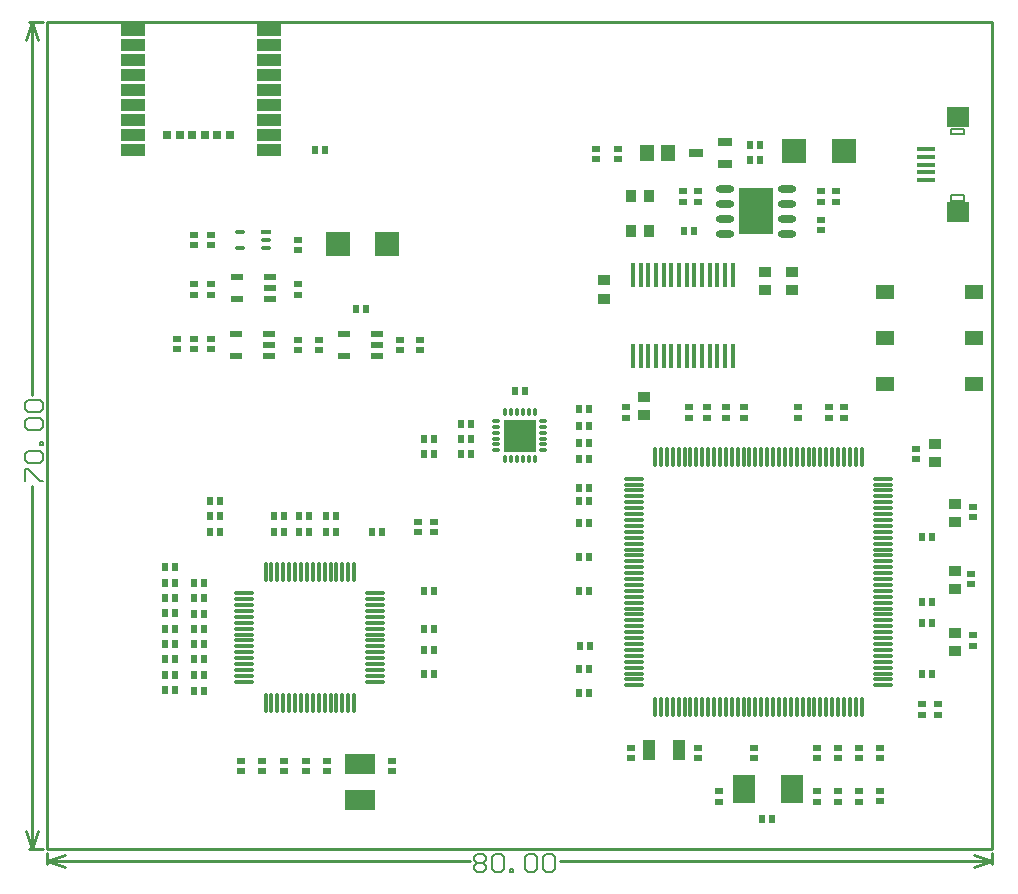
<source format=gtp>
G04*
G04 #@! TF.GenerationSoftware,Altium Limited,Altium Designer,18.1.9 (240)*
G04*
G04 Layer_Color=8421504*
%FSLAX24Y24*%
%MOIN*%
G70*
G01*
G75*
%ADD14C,0.0100*%
%ADD16C,0.0060*%
%ADD19C,0.0050*%
%ADD22R,0.0236X0.0256*%
%ADD23O,0.0110X0.0709*%
%ADD24O,0.0709X0.0110*%
%ADD25R,0.0256X0.0236*%
%ADD26R,0.0433X0.0236*%
%ADD27O,0.0335X0.0138*%
%ADD28R,0.0335X0.0138*%
%ADD29R,0.0787X0.0394*%
%ADD30R,0.0315X0.0315*%
%ADD31R,0.0366X0.0386*%
%ADD32R,0.0492X0.0276*%
%ADD33R,0.0787X0.0787*%
%ADD34R,0.0386X0.0366*%
%ADD35R,0.0591X0.0472*%
%ADD36R,0.0748X0.0945*%
%ADD37O,0.0157X0.0827*%
%ADD38R,0.1024X0.0709*%
%ADD39R,0.0457X0.0579*%
%ADD40R,0.0610X0.0157*%
%ADD41R,0.0748X0.0709*%
%ADD42R,0.1055X0.1055*%
%ADD43O,0.0276X0.0110*%
%ADD44O,0.0110X0.0276*%
%ADD45R,0.1142X0.1575*%
%ADD46O,0.0630X0.0236*%
%ADD47R,0.0394X0.0709*%
D14*
X31496Y0D02*
Y27559D01*
X0D02*
X31496D01*
X0Y0D02*
X31496D01*
X0D02*
Y27559D01*
X-700Y600D02*
X-500Y0D01*
X-300Y600D01*
X-500Y27559D02*
X-300Y26959D01*
X-700D02*
X-500Y27559D01*
Y0D02*
Y12110D01*
Y15129D02*
Y27559D01*
X-600Y0D02*
X-150D01*
X-600Y27559D02*
X-150D01*
X0Y-400D02*
X600Y-200D01*
X0Y-400D02*
X600Y-600D01*
X30896D02*
X31496Y-400D01*
X30896Y-200D02*
X31496Y-400D01*
X0D02*
X14078D01*
X17098D02*
X31496D01*
X0Y-500D02*
Y-150D01*
X31496Y-500D02*
Y-150D01*
D16*
X-740Y12270D02*
Y12670D01*
X-640D01*
X-240Y12270D01*
X-140D01*
X-640Y12870D02*
X-740Y12970D01*
Y13170D01*
X-640Y13270D01*
X-240D01*
X-140Y13170D01*
Y12970D01*
X-240Y12870D01*
X-640D01*
X-140Y13470D02*
X-240D01*
Y13570D01*
X-140D01*
Y13470D01*
X-640Y13969D02*
X-740Y14069D01*
Y14269D01*
X-640Y14369D01*
X-240D01*
X-140Y14269D01*
Y14069D01*
X-240Y13969D01*
X-640D01*
Y14569D02*
X-740Y14669D01*
Y14869D01*
X-640Y14969D01*
X-240D01*
X-140Y14869D01*
Y14669D01*
X-240Y14569D01*
X-640D01*
X14238Y-260D02*
X14338Y-160D01*
X14538D01*
X14638Y-260D01*
Y-360D01*
X14538Y-460D01*
X14638Y-560D01*
Y-660D01*
X14538Y-760D01*
X14338D01*
X14238Y-660D01*
Y-560D01*
X14338Y-460D01*
X14238Y-360D01*
Y-260D01*
X14338Y-460D02*
X14538D01*
X14838Y-260D02*
X14938Y-160D01*
X15138D01*
X15238Y-260D01*
Y-660D01*
X15138Y-760D01*
X14938D01*
X14838Y-660D01*
Y-260D01*
X15438Y-760D02*
Y-660D01*
X15538D01*
Y-760D01*
X15438D01*
X15938Y-260D02*
X16038Y-160D01*
X16238D01*
X16338Y-260D01*
Y-660D01*
X16238Y-760D01*
X16038D01*
X15938Y-660D01*
Y-260D01*
X16538D02*
X16638Y-160D01*
X16838D01*
X16938Y-260D01*
Y-660D01*
X16838Y-760D01*
X16638D01*
X16538Y-660D01*
Y-260D01*
D19*
X30564Y23834D02*
Y24014D01*
X30124Y23834D02*
Y24014D01*
Y23834D02*
X30564D01*
X30124Y24014D02*
X30564D01*
Y21610D02*
Y21790D01*
X30124Y21610D02*
Y21790D01*
Y21610D02*
X30564D01*
X30124Y21790D02*
X30564D01*
D22*
X4884Y8880D02*
D03*
X5219D02*
D03*
X4884Y8367D02*
D03*
X5219D02*
D03*
X4884Y7841D02*
D03*
X5219D02*
D03*
X4884Y7330D02*
D03*
X5219D02*
D03*
X4884Y6830D02*
D03*
X5219D02*
D03*
X4884Y6317D02*
D03*
X5219D02*
D03*
X4884Y5805D02*
D03*
X5219D02*
D03*
X4884Y5280D02*
D03*
X5219D02*
D03*
X3917Y9400D02*
D03*
X4252D02*
D03*
X3917Y8880D02*
D03*
X4252D02*
D03*
X3917Y8367D02*
D03*
X4252D02*
D03*
X3917Y7855D02*
D03*
X4252D02*
D03*
X3917Y7342D02*
D03*
X4252D02*
D03*
X3917Y6830D02*
D03*
X4252D02*
D03*
X3917Y6317D02*
D03*
X4252D02*
D03*
X3917Y5805D02*
D03*
X4252D02*
D03*
X3917Y5292D02*
D03*
X4252D02*
D03*
X15915Y15250D02*
D03*
X15581D02*
D03*
X12550Y13650D02*
D03*
X12884D02*
D03*
X12550Y13150D02*
D03*
X12884D02*
D03*
X14117Y14150D02*
D03*
X13783D02*
D03*
X14117Y13650D02*
D03*
X13783D02*
D03*
X14117Y13150D02*
D03*
X13783D02*
D03*
X10283Y18000D02*
D03*
X10617D02*
D03*
X23767Y22950D02*
D03*
X23433D02*
D03*
X23767Y23450D02*
D03*
X23433D02*
D03*
X29500Y10388D02*
D03*
X29165D02*
D03*
X29500Y7520D02*
D03*
X29165D02*
D03*
X29500Y8238D02*
D03*
X29165D02*
D03*
X18067Y5200D02*
D03*
X17733D02*
D03*
X17733Y6000D02*
D03*
X18067D02*
D03*
X17743Y6755D02*
D03*
X18078D02*
D03*
X17733Y8590D02*
D03*
X18067D02*
D03*
X17733Y9720D02*
D03*
X18067D02*
D03*
X18067Y10850D02*
D03*
X17733D02*
D03*
X18067Y11600D02*
D03*
X17733D02*
D03*
X18067Y12030D02*
D03*
X17733D02*
D03*
X17733Y12992D02*
D03*
X18067D02*
D03*
X17733Y13545D02*
D03*
X18067D02*
D03*
X18067Y14097D02*
D03*
X17733D02*
D03*
X18067Y14650D02*
D03*
X17733D02*
D03*
X5415Y10582D02*
D03*
X5750D02*
D03*
X5415Y11091D02*
D03*
X5750D02*
D03*
X5415Y11600D02*
D03*
X5750D02*
D03*
X7546Y10582D02*
D03*
X7881D02*
D03*
X7546Y11091D02*
D03*
X7881D02*
D03*
X8402Y11091D02*
D03*
X8736D02*
D03*
X8402Y10582D02*
D03*
X8736D02*
D03*
X9619Y11091D02*
D03*
X9284D02*
D03*
X9619Y10582D02*
D03*
X9284D02*
D03*
X12550Y8600D02*
D03*
X12884D02*
D03*
X12884Y7330D02*
D03*
X12550D02*
D03*
X12884Y5830D02*
D03*
X12550D02*
D03*
X12884Y6630D02*
D03*
X12550D02*
D03*
X29500Y5838D02*
D03*
X29165D02*
D03*
X11150Y10582D02*
D03*
X10815D02*
D03*
X9250Y23300D02*
D03*
X8915D02*
D03*
X21215Y20600D02*
D03*
X21550D02*
D03*
X23815Y1000D02*
D03*
X24150D02*
D03*
D23*
X7274Y9235D02*
D03*
X7470D02*
D03*
X7667D02*
D03*
X7864D02*
D03*
X8061D02*
D03*
X8258D02*
D03*
X8455D02*
D03*
X8652D02*
D03*
X8848D02*
D03*
X9045D02*
D03*
X9242D02*
D03*
X9439D02*
D03*
X9636D02*
D03*
X9833D02*
D03*
X10030D02*
D03*
X10226D02*
D03*
Y4865D02*
D03*
X10030D02*
D03*
X9833D02*
D03*
X9636D02*
D03*
X9439D02*
D03*
X9242D02*
D03*
X9045D02*
D03*
X8848D02*
D03*
X8652D02*
D03*
X8455D02*
D03*
X8258D02*
D03*
X8061D02*
D03*
X7864D02*
D03*
X7667D02*
D03*
X7470D02*
D03*
X7274D02*
D03*
X20255Y13054D02*
D03*
X20452D02*
D03*
X20649D02*
D03*
X20846D02*
D03*
X21043D02*
D03*
X21239D02*
D03*
X21436D02*
D03*
X21633D02*
D03*
X21830D02*
D03*
X22027D02*
D03*
X22224D02*
D03*
X22420D02*
D03*
X22617D02*
D03*
X22814D02*
D03*
X23011D02*
D03*
X23208D02*
D03*
X23405D02*
D03*
X23602D02*
D03*
X23798D02*
D03*
X23995D02*
D03*
X24192D02*
D03*
X24389D02*
D03*
X24586D02*
D03*
X24783D02*
D03*
X24980D02*
D03*
X25176D02*
D03*
X25373D02*
D03*
X25570D02*
D03*
X25767D02*
D03*
X25964D02*
D03*
X26161D02*
D03*
X26357D02*
D03*
X26554D02*
D03*
X26751D02*
D03*
X26948D02*
D03*
X27145D02*
D03*
Y4746D02*
D03*
X26948D02*
D03*
X26751D02*
D03*
X26554D02*
D03*
X26357D02*
D03*
X26161D02*
D03*
X25964D02*
D03*
X25767D02*
D03*
X25570D02*
D03*
X25373D02*
D03*
X25176D02*
D03*
X24980D02*
D03*
X24783D02*
D03*
X24586D02*
D03*
X24389D02*
D03*
X24192D02*
D03*
X23995D02*
D03*
X23798D02*
D03*
X23602D02*
D03*
X23405D02*
D03*
X23208D02*
D03*
X23011D02*
D03*
X22814D02*
D03*
X22617D02*
D03*
X22420D02*
D03*
X22224D02*
D03*
X22027D02*
D03*
X21830D02*
D03*
X21633D02*
D03*
X21436D02*
D03*
X21239D02*
D03*
X21043D02*
D03*
X20846D02*
D03*
X20649D02*
D03*
X20452D02*
D03*
X20255D02*
D03*
D24*
X10935Y8526D02*
D03*
Y8330D02*
D03*
Y8133D02*
D03*
Y7936D02*
D03*
Y7739D02*
D03*
Y7542D02*
D03*
Y7345D02*
D03*
Y7148D02*
D03*
Y6952D02*
D03*
Y6755D02*
D03*
Y6558D02*
D03*
Y6361D02*
D03*
Y6164D02*
D03*
Y5967D02*
D03*
Y5770D02*
D03*
Y5574D02*
D03*
X6565D02*
D03*
Y5770D02*
D03*
Y5967D02*
D03*
Y6164D02*
D03*
Y6361D02*
D03*
Y6558D02*
D03*
Y6755D02*
D03*
Y6952D02*
D03*
Y7148D02*
D03*
Y7345D02*
D03*
Y7542D02*
D03*
Y7739D02*
D03*
Y7936D02*
D03*
Y8133D02*
D03*
Y8330D02*
D03*
Y8526D02*
D03*
X19546Y5455D02*
D03*
Y5652D02*
D03*
Y5849D02*
D03*
Y6046D02*
D03*
Y6243D02*
D03*
Y6439D02*
D03*
Y6636D02*
D03*
Y6833D02*
D03*
Y7030D02*
D03*
Y7227D02*
D03*
Y7424D02*
D03*
Y7620D02*
D03*
Y7817D02*
D03*
Y8014D02*
D03*
Y8211D02*
D03*
Y8408D02*
D03*
Y8605D02*
D03*
Y8802D02*
D03*
Y8998D02*
D03*
Y9195D02*
D03*
Y9392D02*
D03*
Y9589D02*
D03*
Y9786D02*
D03*
Y9983D02*
D03*
Y10180D02*
D03*
Y10376D02*
D03*
Y10573D02*
D03*
Y10770D02*
D03*
Y10967D02*
D03*
Y11164D02*
D03*
Y11361D02*
D03*
Y11557D02*
D03*
Y11754D02*
D03*
Y11951D02*
D03*
Y12148D02*
D03*
Y12345D02*
D03*
X27854D02*
D03*
Y12148D02*
D03*
Y11951D02*
D03*
Y11754D02*
D03*
Y11557D02*
D03*
Y11361D02*
D03*
Y11164D02*
D03*
Y10967D02*
D03*
Y10770D02*
D03*
Y10573D02*
D03*
Y10376D02*
D03*
Y10180D02*
D03*
Y9983D02*
D03*
Y9786D02*
D03*
Y9589D02*
D03*
Y9392D02*
D03*
Y9195D02*
D03*
Y8998D02*
D03*
Y8802D02*
D03*
Y8605D02*
D03*
Y8408D02*
D03*
Y8211D02*
D03*
Y8014D02*
D03*
Y7817D02*
D03*
Y7620D02*
D03*
Y7424D02*
D03*
Y7227D02*
D03*
Y7030D02*
D03*
Y6833D02*
D03*
Y6636D02*
D03*
Y6439D02*
D03*
Y6243D02*
D03*
Y6046D02*
D03*
Y5849D02*
D03*
Y5652D02*
D03*
Y5455D02*
D03*
D25*
X5450Y16985D02*
D03*
Y16650D02*
D03*
X4316Y16650D02*
D03*
Y16985D02*
D03*
X4883Y18483D02*
D03*
Y18817D02*
D03*
Y20133D02*
D03*
Y20467D02*
D03*
X21700Y21583D02*
D03*
Y21917D02*
D03*
X21200Y21583D02*
D03*
Y21917D02*
D03*
X25800Y21583D02*
D03*
Y21917D02*
D03*
X26300Y21583D02*
D03*
Y21917D02*
D03*
X19300Y14717D02*
D03*
Y14383D02*
D03*
X21400Y14382D02*
D03*
Y14717D02*
D03*
X26050Y14717D02*
D03*
Y14383D02*
D03*
X26550Y14717D02*
D03*
Y14382D02*
D03*
X29150Y4483D02*
D03*
Y4817D02*
D03*
X29700Y4483D02*
D03*
Y4817D02*
D03*
X23550Y3044D02*
D03*
Y3379D02*
D03*
X12350Y10572D02*
D03*
Y10907D02*
D03*
X12874Y10572D02*
D03*
Y10907D02*
D03*
X7171Y2947D02*
D03*
Y2613D02*
D03*
X6450Y2947D02*
D03*
Y2613D02*
D03*
X9334Y2947D02*
D03*
Y2613D02*
D03*
X11484Y2947D02*
D03*
Y2613D02*
D03*
X8613Y2613D02*
D03*
Y2947D02*
D03*
X7892Y2947D02*
D03*
Y2613D02*
D03*
X19020Y23009D02*
D03*
Y23344D02*
D03*
X18288Y23009D02*
D03*
Y23344D02*
D03*
X8350Y19970D02*
D03*
Y20305D02*
D03*
X5450Y20137D02*
D03*
Y20472D02*
D03*
X8350Y18817D02*
D03*
Y18483D02*
D03*
X5450Y18817D02*
D03*
Y18483D02*
D03*
X4883Y16650D02*
D03*
Y16985D02*
D03*
X11766Y16618D02*
D03*
Y16953D02*
D03*
X12416Y16953D02*
D03*
Y16618D02*
D03*
X9066Y16618D02*
D03*
Y16953D02*
D03*
X8350Y16953D02*
D03*
Y16618D02*
D03*
X19450Y3044D02*
D03*
Y3379D02*
D03*
X21700Y3044D02*
D03*
Y3379D02*
D03*
X22400Y1583D02*
D03*
Y1917D02*
D03*
X25650Y1583D02*
D03*
Y1917D02*
D03*
X27052Y3379D02*
D03*
Y3044D02*
D03*
X26351Y3379D02*
D03*
Y3044D02*
D03*
X26351Y1583D02*
D03*
Y1917D02*
D03*
X27052Y1583D02*
D03*
Y1917D02*
D03*
X25025Y14717D02*
D03*
Y14382D02*
D03*
X28950Y13335D02*
D03*
Y13000D02*
D03*
X25650Y3044D02*
D03*
Y3379D02*
D03*
X23223Y14717D02*
D03*
Y14382D02*
D03*
X22609Y14382D02*
D03*
Y14717D02*
D03*
X21994Y14382D02*
D03*
Y14717D02*
D03*
X25800Y20967D02*
D03*
Y20633D02*
D03*
X30805Y8836D02*
D03*
Y9170D02*
D03*
X30845Y6783D02*
D03*
Y7118D02*
D03*
Y11066D02*
D03*
Y11401D02*
D03*
X27754Y3044D02*
D03*
Y3379D02*
D03*
X27754Y1935D02*
D03*
Y1600D02*
D03*
D26*
X7401Y16426D02*
D03*
Y16800D02*
D03*
Y17174D02*
D03*
X6299D02*
D03*
Y16426D02*
D03*
X7409Y18326D02*
D03*
Y18700D02*
D03*
Y19074D02*
D03*
X6307D02*
D03*
Y18326D02*
D03*
X11001Y16426D02*
D03*
Y16800D02*
D03*
Y17174D02*
D03*
X9899D02*
D03*
Y16426D02*
D03*
D27*
X6408Y20049D02*
D03*
Y20561D02*
D03*
X7274Y20049D02*
D03*
Y20305D02*
D03*
D28*
Y20561D02*
D03*
D29*
X2850Y23300D02*
D03*
Y27300D02*
D03*
Y26800D02*
D03*
Y26300D02*
D03*
Y25800D02*
D03*
Y25300D02*
D03*
Y24800D02*
D03*
Y24300D02*
D03*
Y23800D02*
D03*
X7378Y23300D02*
D03*
Y23800D02*
D03*
Y24300D02*
D03*
Y24800D02*
D03*
Y25300D02*
D03*
Y25800D02*
D03*
Y26300D02*
D03*
Y26800D02*
D03*
Y27300D02*
D03*
D30*
X3990Y23800D02*
D03*
X4410D02*
D03*
X4830D02*
D03*
X5250D02*
D03*
X5670D02*
D03*
X6090D02*
D03*
D31*
X19444Y21761D02*
D03*
X20050D02*
D03*
X19444Y20600D02*
D03*
X20050D02*
D03*
D32*
X22592Y22826D02*
D03*
Y23574D02*
D03*
X21608Y23200D02*
D03*
D33*
X24896Y23250D02*
D03*
X26550D02*
D03*
X11327Y20150D02*
D03*
X9673D02*
D03*
D34*
X19903Y15056D02*
D03*
Y14450D02*
D03*
X30245Y10901D02*
D03*
Y11507D02*
D03*
X30250Y9256D02*
D03*
Y8650D02*
D03*
X30245Y7206D02*
D03*
Y6600D02*
D03*
X18550Y18953D02*
D03*
Y18347D02*
D03*
X23925Y18630D02*
D03*
Y19237D02*
D03*
X24826Y18630D02*
D03*
Y19237D02*
D03*
X29600Y13495D02*
D03*
Y12889D02*
D03*
D35*
X30890Y18550D02*
D03*
X27910D02*
D03*
X30890Y17025D02*
D03*
X27910D02*
D03*
X30890Y15500D02*
D03*
X27910D02*
D03*
D36*
X23218Y2000D02*
D03*
X24832D02*
D03*
D37*
X22844Y19147D02*
D03*
X22588D02*
D03*
X22332D02*
D03*
X22076D02*
D03*
X21820D02*
D03*
X21565D02*
D03*
X21309D02*
D03*
X21053D02*
D03*
X20797D02*
D03*
X20541D02*
D03*
X20285D02*
D03*
X20029D02*
D03*
X19773D02*
D03*
X19517D02*
D03*
X22844Y16431D02*
D03*
X22588D02*
D03*
X22332D02*
D03*
X22076D02*
D03*
X21820D02*
D03*
X21565D02*
D03*
X21309D02*
D03*
X21053D02*
D03*
X20797D02*
D03*
X20541D02*
D03*
X20285D02*
D03*
X20029D02*
D03*
X19773D02*
D03*
X19517D02*
D03*
D38*
X10434Y1639D02*
D03*
Y2820D02*
D03*
D39*
X20000Y23200D02*
D03*
X20700D02*
D03*
D40*
X29287Y22556D02*
D03*
Y22812D02*
D03*
Y22300D02*
D03*
Y23324D02*
D03*
Y23068D02*
D03*
D41*
X30370Y24407D02*
D03*
Y21218D02*
D03*
D42*
X15748Y13780D02*
D03*
D43*
X14961Y13287D02*
D03*
Y13484D02*
D03*
Y13681D02*
D03*
Y13878D02*
D03*
Y14075D02*
D03*
Y14272D02*
D03*
X16535D02*
D03*
Y14075D02*
D03*
Y13878D02*
D03*
Y13681D02*
D03*
Y13484D02*
D03*
Y13287D02*
D03*
D44*
X15256Y14567D02*
D03*
X15453D02*
D03*
X15650D02*
D03*
X15846D02*
D03*
X16043D02*
D03*
X16240D02*
D03*
Y12992D02*
D03*
X16043D02*
D03*
X15846D02*
D03*
X15650D02*
D03*
X15453D02*
D03*
X15256D02*
D03*
D45*
X23627Y21250D02*
D03*
D46*
X24650Y20500D02*
D03*
Y21000D02*
D03*
Y21500D02*
D03*
Y22000D02*
D03*
X22603Y20500D02*
D03*
Y21000D02*
D03*
Y21500D02*
D03*
Y22000D02*
D03*
D47*
X21042Y3300D02*
D03*
X20058D02*
D03*
M02*

</source>
